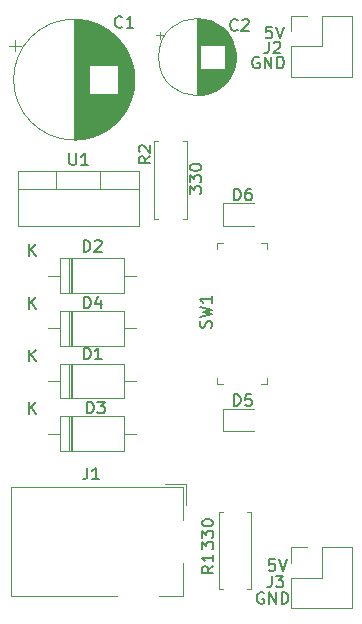
<source format=gto>
%TF.GenerationSoftware,KiCad,Pcbnew,(5.1.8)-1*%
%TF.CreationDate,2020-12-06T18:17:34-05:00*%
%TF.ProjectId,Breadboar Power Supply v1,42726561-6462-46f6-9172-20506f776572,1.0*%
%TF.SameCoordinates,Original*%
%TF.FileFunction,Legend,Top*%
%TF.FilePolarity,Positive*%
%FSLAX46Y46*%
G04 Gerber Fmt 4.6, Leading zero omitted, Abs format (unit mm)*
G04 Created by KiCad (PCBNEW (5.1.8)-1) date 2020-12-06 18:17:34*
%MOMM*%
%LPD*%
G01*
G04 APERTURE LIST*
%ADD10C,0.150000*%
%ADD11C,0.120000*%
%ADD12C,0.100000*%
G04 APERTURE END LIST*
D10*
X188682380Y-130063714D02*
X188682380Y-129444666D01*
X189063333Y-129778000D01*
X189063333Y-129635142D01*
X189110952Y-129539904D01*
X189158571Y-129492285D01*
X189253809Y-129444666D01*
X189491904Y-129444666D01*
X189587142Y-129492285D01*
X189634761Y-129539904D01*
X189682380Y-129635142D01*
X189682380Y-129920857D01*
X189634761Y-130016095D01*
X189587142Y-130063714D01*
X188682380Y-129111333D02*
X188682380Y-128492285D01*
X189063333Y-128825619D01*
X189063333Y-128682761D01*
X189110952Y-128587523D01*
X189158571Y-128539904D01*
X189253809Y-128492285D01*
X189491904Y-128492285D01*
X189587142Y-128539904D01*
X189634761Y-128587523D01*
X189682380Y-128682761D01*
X189682380Y-128968476D01*
X189634761Y-129063714D01*
X189587142Y-129111333D01*
X188682380Y-127873238D02*
X188682380Y-127778000D01*
X188730000Y-127682761D01*
X188777619Y-127635142D01*
X188872857Y-127587523D01*
X189063333Y-127539904D01*
X189301428Y-127539904D01*
X189491904Y-127587523D01*
X189587142Y-127635142D01*
X189634761Y-127682761D01*
X189682380Y-127778000D01*
X189682380Y-127873238D01*
X189634761Y-127968476D01*
X189587142Y-128016095D01*
X189491904Y-128063714D01*
X189301428Y-128111333D01*
X189063333Y-128111333D01*
X188872857Y-128063714D01*
X188777619Y-128016095D01*
X188730000Y-127968476D01*
X188682380Y-127873238D01*
X187666380Y-99964714D02*
X187666380Y-99345666D01*
X188047333Y-99679000D01*
X188047333Y-99536142D01*
X188094952Y-99440904D01*
X188142571Y-99393285D01*
X188237809Y-99345666D01*
X188475904Y-99345666D01*
X188571142Y-99393285D01*
X188618761Y-99440904D01*
X188666380Y-99536142D01*
X188666380Y-99821857D01*
X188618761Y-99917095D01*
X188571142Y-99964714D01*
X187666380Y-99012333D02*
X187666380Y-98393285D01*
X188047333Y-98726619D01*
X188047333Y-98583761D01*
X188094952Y-98488523D01*
X188142571Y-98440904D01*
X188237809Y-98393285D01*
X188475904Y-98393285D01*
X188571142Y-98440904D01*
X188618761Y-98488523D01*
X188666380Y-98583761D01*
X188666380Y-98869476D01*
X188618761Y-98964714D01*
X188571142Y-99012333D01*
X187666380Y-97774238D02*
X187666380Y-97679000D01*
X187714000Y-97583761D01*
X187761619Y-97536142D01*
X187856857Y-97488523D01*
X188047333Y-97440904D01*
X188285428Y-97440904D01*
X188475904Y-97488523D01*
X188571142Y-97536142D01*
X188618761Y-97583761D01*
X188666380Y-97679000D01*
X188666380Y-97774238D01*
X188618761Y-97869476D01*
X188571142Y-97917095D01*
X188475904Y-97964714D01*
X188285428Y-98012333D01*
X188047333Y-98012333D01*
X187856857Y-97964714D01*
X187761619Y-97917095D01*
X187714000Y-97869476D01*
X187666380Y-97774238D01*
X193929095Y-133739000D02*
X193833857Y-133691380D01*
X193691000Y-133691380D01*
X193548142Y-133739000D01*
X193452904Y-133834238D01*
X193405285Y-133929476D01*
X193357666Y-134119952D01*
X193357666Y-134262809D01*
X193405285Y-134453285D01*
X193452904Y-134548523D01*
X193548142Y-134643761D01*
X193691000Y-134691380D01*
X193786238Y-134691380D01*
X193929095Y-134643761D01*
X193976714Y-134596142D01*
X193976714Y-134262809D01*
X193786238Y-134262809D01*
X194405285Y-134691380D02*
X194405285Y-133691380D01*
X194976714Y-134691380D01*
X194976714Y-133691380D01*
X195452904Y-134691380D02*
X195452904Y-133691380D01*
X195691000Y-133691380D01*
X195833857Y-133739000D01*
X195929095Y-133834238D01*
X195976714Y-133929476D01*
X196024333Y-134119952D01*
X196024333Y-134262809D01*
X195976714Y-134453285D01*
X195929095Y-134548523D01*
X195833857Y-134643761D01*
X195691000Y-134691380D01*
X195452904Y-134691380D01*
X193548095Y-88400000D02*
X193452857Y-88352380D01*
X193310000Y-88352380D01*
X193167142Y-88400000D01*
X193071904Y-88495238D01*
X193024285Y-88590476D01*
X192976666Y-88780952D01*
X192976666Y-88923809D01*
X193024285Y-89114285D01*
X193071904Y-89209523D01*
X193167142Y-89304761D01*
X193310000Y-89352380D01*
X193405238Y-89352380D01*
X193548095Y-89304761D01*
X193595714Y-89257142D01*
X193595714Y-88923809D01*
X193405238Y-88923809D01*
X194024285Y-89352380D02*
X194024285Y-88352380D01*
X194595714Y-89352380D01*
X194595714Y-88352380D01*
X195071904Y-89352380D02*
X195071904Y-88352380D01*
X195310000Y-88352380D01*
X195452857Y-88400000D01*
X195548095Y-88495238D01*
X195595714Y-88590476D01*
X195643333Y-88780952D01*
X195643333Y-88923809D01*
X195595714Y-89114285D01*
X195548095Y-89209523D01*
X195452857Y-89304761D01*
X195310000Y-89352380D01*
X195071904Y-89352380D01*
X194627523Y-85812380D02*
X194151333Y-85812380D01*
X194103714Y-86288571D01*
X194151333Y-86240952D01*
X194246571Y-86193333D01*
X194484666Y-86193333D01*
X194579904Y-86240952D01*
X194627523Y-86288571D01*
X194675142Y-86383809D01*
X194675142Y-86621904D01*
X194627523Y-86717142D01*
X194579904Y-86764761D01*
X194484666Y-86812380D01*
X194246571Y-86812380D01*
X194151333Y-86764761D01*
X194103714Y-86717142D01*
X194960857Y-85812380D02*
X195294190Y-86812380D01*
X195627523Y-85812380D01*
X194881523Y-130897380D02*
X194405333Y-130897380D01*
X194357714Y-131373571D01*
X194405333Y-131325952D01*
X194500571Y-131278333D01*
X194738666Y-131278333D01*
X194833904Y-131325952D01*
X194881523Y-131373571D01*
X194929142Y-131468809D01*
X194929142Y-131706904D01*
X194881523Y-131802142D01*
X194833904Y-131849761D01*
X194738666Y-131897380D01*
X194500571Y-131897380D01*
X194405333Y-131849761D01*
X194357714Y-131802142D01*
X195214857Y-130897380D02*
X195548190Y-131897380D01*
X195881523Y-130897380D01*
D11*
%TO.C,D6*%
X193151000Y-100767000D02*
X190466000Y-100767000D01*
X190466000Y-100767000D02*
X190466000Y-102687000D01*
X190466000Y-102687000D02*
X193151000Y-102687000D01*
%TO.C,D5*%
X193151000Y-118166000D02*
X190466000Y-118166000D01*
X190466000Y-118166000D02*
X190466000Y-120086000D01*
X190466000Y-120086000D02*
X193151000Y-120086000D01*
%TO.C,C1*%
X183007000Y-90297000D02*
G75*
G03*
X183007000Y-90297000I-5120000J0D01*
G01*
X177887000Y-85217000D02*
X177887000Y-95377000D01*
X177927000Y-85217000D02*
X177927000Y-95377000D01*
X177967000Y-85217000D02*
X177967000Y-95377000D01*
X178007000Y-85218000D02*
X178007000Y-95376000D01*
X178047000Y-85219000D02*
X178047000Y-95375000D01*
X178087000Y-85220000D02*
X178087000Y-95374000D01*
X178127000Y-85222000D02*
X178127000Y-95372000D01*
X178167000Y-85224000D02*
X178167000Y-95370000D01*
X178207000Y-85227000D02*
X178207000Y-95367000D01*
X178247000Y-85229000D02*
X178247000Y-95365000D01*
X178287000Y-85232000D02*
X178287000Y-95362000D01*
X178327000Y-85235000D02*
X178327000Y-95359000D01*
X178367000Y-85239000D02*
X178367000Y-95355000D01*
X178407000Y-85243000D02*
X178407000Y-95351000D01*
X178447000Y-85247000D02*
X178447000Y-95347000D01*
X178487000Y-85252000D02*
X178487000Y-95342000D01*
X178527000Y-85257000D02*
X178527000Y-95337000D01*
X178567000Y-85262000D02*
X178567000Y-95332000D01*
X178608000Y-85267000D02*
X178608000Y-95327000D01*
X178648000Y-85273000D02*
X178648000Y-95321000D01*
X178688000Y-85279000D02*
X178688000Y-95315000D01*
X178728000Y-85286000D02*
X178728000Y-95308000D01*
X178768000Y-85293000D02*
X178768000Y-95301000D01*
X178808000Y-85300000D02*
X178808000Y-95294000D01*
X178848000Y-85307000D02*
X178848000Y-95287000D01*
X178888000Y-85315000D02*
X178888000Y-95279000D01*
X178928000Y-85323000D02*
X178928000Y-95271000D01*
X178968000Y-85332000D02*
X178968000Y-95262000D01*
X179008000Y-85341000D02*
X179008000Y-95253000D01*
X179048000Y-85350000D02*
X179048000Y-95244000D01*
X179088000Y-85359000D02*
X179088000Y-95235000D01*
X179128000Y-85369000D02*
X179128000Y-95225000D01*
X179168000Y-85379000D02*
X179168000Y-89056000D01*
X179168000Y-91538000D02*
X179168000Y-95215000D01*
X179208000Y-85390000D02*
X179208000Y-89056000D01*
X179208000Y-91538000D02*
X179208000Y-95204000D01*
X179248000Y-85400000D02*
X179248000Y-89056000D01*
X179248000Y-91538000D02*
X179248000Y-95194000D01*
X179288000Y-85412000D02*
X179288000Y-89056000D01*
X179288000Y-91538000D02*
X179288000Y-95182000D01*
X179328000Y-85423000D02*
X179328000Y-89056000D01*
X179328000Y-91538000D02*
X179328000Y-95171000D01*
X179368000Y-85435000D02*
X179368000Y-89056000D01*
X179368000Y-91538000D02*
X179368000Y-95159000D01*
X179408000Y-85447000D02*
X179408000Y-89056000D01*
X179408000Y-91538000D02*
X179408000Y-95147000D01*
X179448000Y-85460000D02*
X179448000Y-89056000D01*
X179448000Y-91538000D02*
X179448000Y-95134000D01*
X179488000Y-85473000D02*
X179488000Y-89056000D01*
X179488000Y-91538000D02*
X179488000Y-95121000D01*
X179528000Y-85486000D02*
X179528000Y-89056000D01*
X179528000Y-91538000D02*
X179528000Y-95108000D01*
X179568000Y-85500000D02*
X179568000Y-89056000D01*
X179568000Y-91538000D02*
X179568000Y-95094000D01*
X179608000Y-85514000D02*
X179608000Y-89056000D01*
X179608000Y-91538000D02*
X179608000Y-95080000D01*
X179648000Y-85529000D02*
X179648000Y-89056000D01*
X179648000Y-91538000D02*
X179648000Y-95065000D01*
X179688000Y-85543000D02*
X179688000Y-89056000D01*
X179688000Y-91538000D02*
X179688000Y-95051000D01*
X179728000Y-85559000D02*
X179728000Y-89056000D01*
X179728000Y-91538000D02*
X179728000Y-95035000D01*
X179768000Y-85574000D02*
X179768000Y-89056000D01*
X179768000Y-91538000D02*
X179768000Y-95020000D01*
X179808000Y-85590000D02*
X179808000Y-89056000D01*
X179808000Y-91538000D02*
X179808000Y-95004000D01*
X179848000Y-85607000D02*
X179848000Y-89056000D01*
X179848000Y-91538000D02*
X179848000Y-94987000D01*
X179888000Y-85623000D02*
X179888000Y-89056000D01*
X179888000Y-91538000D02*
X179888000Y-94971000D01*
X179928000Y-85640000D02*
X179928000Y-89056000D01*
X179928000Y-91538000D02*
X179928000Y-94954000D01*
X179968000Y-85658000D02*
X179968000Y-89056000D01*
X179968000Y-91538000D02*
X179968000Y-94936000D01*
X180008000Y-85676000D02*
X180008000Y-89056000D01*
X180008000Y-91538000D02*
X180008000Y-94918000D01*
X180048000Y-85694000D02*
X180048000Y-89056000D01*
X180048000Y-91538000D02*
X180048000Y-94900000D01*
X180088000Y-85713000D02*
X180088000Y-89056000D01*
X180088000Y-91538000D02*
X180088000Y-94881000D01*
X180128000Y-85733000D02*
X180128000Y-89056000D01*
X180128000Y-91538000D02*
X180128000Y-94861000D01*
X180168000Y-85752000D02*
X180168000Y-89056000D01*
X180168000Y-91538000D02*
X180168000Y-94842000D01*
X180208000Y-85772000D02*
X180208000Y-89056000D01*
X180208000Y-91538000D02*
X180208000Y-94822000D01*
X180248000Y-85793000D02*
X180248000Y-89056000D01*
X180248000Y-91538000D02*
X180248000Y-94801000D01*
X180288000Y-85814000D02*
X180288000Y-89056000D01*
X180288000Y-91538000D02*
X180288000Y-94780000D01*
X180328000Y-85835000D02*
X180328000Y-89056000D01*
X180328000Y-91538000D02*
X180328000Y-94759000D01*
X180368000Y-85857000D02*
X180368000Y-89056000D01*
X180368000Y-91538000D02*
X180368000Y-94737000D01*
X180408000Y-85880000D02*
X180408000Y-89056000D01*
X180408000Y-91538000D02*
X180408000Y-94714000D01*
X180448000Y-85902000D02*
X180448000Y-89056000D01*
X180448000Y-91538000D02*
X180448000Y-94692000D01*
X180488000Y-85926000D02*
X180488000Y-89056000D01*
X180488000Y-91538000D02*
X180488000Y-94668000D01*
X180528000Y-85950000D02*
X180528000Y-89056000D01*
X180528000Y-91538000D02*
X180528000Y-94644000D01*
X180568000Y-85974000D02*
X180568000Y-89056000D01*
X180568000Y-91538000D02*
X180568000Y-94620000D01*
X180608000Y-85999000D02*
X180608000Y-89056000D01*
X180608000Y-91538000D02*
X180608000Y-94595000D01*
X180648000Y-86024000D02*
X180648000Y-89056000D01*
X180648000Y-91538000D02*
X180648000Y-94570000D01*
X180688000Y-86050000D02*
X180688000Y-89056000D01*
X180688000Y-91538000D02*
X180688000Y-94544000D01*
X180728000Y-86076000D02*
X180728000Y-89056000D01*
X180728000Y-91538000D02*
X180728000Y-94518000D01*
X180768000Y-86103000D02*
X180768000Y-89056000D01*
X180768000Y-91538000D02*
X180768000Y-94491000D01*
X180808000Y-86131000D02*
X180808000Y-89056000D01*
X180808000Y-91538000D02*
X180808000Y-94463000D01*
X180848000Y-86159000D02*
X180848000Y-89056000D01*
X180848000Y-91538000D02*
X180848000Y-94435000D01*
X180888000Y-86187000D02*
X180888000Y-89056000D01*
X180888000Y-91538000D02*
X180888000Y-94407000D01*
X180928000Y-86217000D02*
X180928000Y-89056000D01*
X180928000Y-91538000D02*
X180928000Y-94377000D01*
X180968000Y-86247000D02*
X180968000Y-89056000D01*
X180968000Y-91538000D02*
X180968000Y-94347000D01*
X181008000Y-86277000D02*
X181008000Y-89056000D01*
X181008000Y-91538000D02*
X181008000Y-94317000D01*
X181048000Y-86308000D02*
X181048000Y-89056000D01*
X181048000Y-91538000D02*
X181048000Y-94286000D01*
X181088000Y-86340000D02*
X181088000Y-89056000D01*
X181088000Y-91538000D02*
X181088000Y-94254000D01*
X181128000Y-86372000D02*
X181128000Y-89056000D01*
X181128000Y-91538000D02*
X181128000Y-94222000D01*
X181168000Y-86405000D02*
X181168000Y-89056000D01*
X181168000Y-91538000D02*
X181168000Y-94189000D01*
X181208000Y-86439000D02*
X181208000Y-89056000D01*
X181208000Y-91538000D02*
X181208000Y-94155000D01*
X181248000Y-86473000D02*
X181248000Y-89056000D01*
X181248000Y-91538000D02*
X181248000Y-94121000D01*
X181288000Y-86508000D02*
X181288000Y-89056000D01*
X181288000Y-91538000D02*
X181288000Y-94086000D01*
X181328000Y-86544000D02*
X181328000Y-89056000D01*
X181328000Y-91538000D02*
X181328000Y-94050000D01*
X181368000Y-86581000D02*
X181368000Y-89056000D01*
X181368000Y-91538000D02*
X181368000Y-94013000D01*
X181408000Y-86618000D02*
X181408000Y-89056000D01*
X181408000Y-91538000D02*
X181408000Y-93976000D01*
X181448000Y-86657000D02*
X181448000Y-89056000D01*
X181448000Y-91538000D02*
X181448000Y-93937000D01*
X181488000Y-86696000D02*
X181488000Y-89056000D01*
X181488000Y-91538000D02*
X181488000Y-93898000D01*
X181528000Y-86736000D02*
X181528000Y-89056000D01*
X181528000Y-91538000D02*
X181528000Y-93858000D01*
X181568000Y-86777000D02*
X181568000Y-89056000D01*
X181568000Y-91538000D02*
X181568000Y-93817000D01*
X181608000Y-86819000D02*
X181608000Y-89056000D01*
X181608000Y-91538000D02*
X181608000Y-93775000D01*
X181648000Y-86861000D02*
X181648000Y-93733000D01*
X181688000Y-86905000D02*
X181688000Y-93689000D01*
X181728000Y-86950000D02*
X181728000Y-93644000D01*
X181768000Y-86996000D02*
X181768000Y-93598000D01*
X181808000Y-87043000D02*
X181808000Y-93551000D01*
X181848000Y-87091000D02*
X181848000Y-93503000D01*
X181888000Y-87141000D02*
X181888000Y-93453000D01*
X181928000Y-87191000D02*
X181928000Y-93403000D01*
X181968000Y-87243000D02*
X181968000Y-93351000D01*
X182008000Y-87297000D02*
X182008000Y-93297000D01*
X182048000Y-87352000D02*
X182048000Y-93242000D01*
X182088000Y-87408000D02*
X182088000Y-93186000D01*
X182128000Y-87467000D02*
X182128000Y-93127000D01*
X182168000Y-87527000D02*
X182168000Y-93067000D01*
X182208000Y-87588000D02*
X182208000Y-93006000D01*
X182248000Y-87652000D02*
X182248000Y-92942000D01*
X182288000Y-87718000D02*
X182288000Y-92876000D01*
X182328000Y-87787000D02*
X182328000Y-92807000D01*
X182368000Y-87858000D02*
X182368000Y-92736000D01*
X182408000Y-87932000D02*
X182408000Y-92662000D01*
X182448000Y-88008000D02*
X182448000Y-92586000D01*
X182488000Y-88088000D02*
X182488000Y-92506000D01*
X182528000Y-88172000D02*
X182528000Y-92422000D01*
X182568000Y-88260000D02*
X182568000Y-92334000D01*
X182608000Y-88353000D02*
X182608000Y-92241000D01*
X182648000Y-88451000D02*
X182648000Y-92143000D01*
X182688000Y-88555000D02*
X182688000Y-92039000D01*
X182728000Y-88667000D02*
X182728000Y-91927000D01*
X182768000Y-88787000D02*
X182768000Y-91807000D01*
X182808000Y-88919000D02*
X182808000Y-91675000D01*
X182848000Y-89067000D02*
X182848000Y-91527000D01*
X182888000Y-89235000D02*
X182888000Y-91359000D01*
X182928000Y-89435000D02*
X182928000Y-91159000D01*
X182968000Y-89698000D02*
X182968000Y-90896000D01*
X172407354Y-87422000D02*
X173407354Y-87422000D01*
X172907354Y-86922000D02*
X172907354Y-87922000D01*
%TO.C,C2*%
X191591000Y-88392000D02*
G75*
G03*
X191591000Y-88392000I-3270000J0D01*
G01*
X188321000Y-85162000D02*
X188321000Y-91622000D01*
X188361000Y-85162000D02*
X188361000Y-91622000D01*
X188401000Y-85162000D02*
X188401000Y-91622000D01*
X188441000Y-85164000D02*
X188441000Y-91620000D01*
X188481000Y-85165000D02*
X188481000Y-91619000D01*
X188521000Y-85168000D02*
X188521000Y-91616000D01*
X188561000Y-85170000D02*
X188561000Y-87352000D01*
X188561000Y-89432000D02*
X188561000Y-91614000D01*
X188601000Y-85174000D02*
X188601000Y-87352000D01*
X188601000Y-89432000D02*
X188601000Y-91610000D01*
X188641000Y-85177000D02*
X188641000Y-87352000D01*
X188641000Y-89432000D02*
X188641000Y-91607000D01*
X188681000Y-85181000D02*
X188681000Y-87352000D01*
X188681000Y-89432000D02*
X188681000Y-91603000D01*
X188721000Y-85186000D02*
X188721000Y-87352000D01*
X188721000Y-89432000D02*
X188721000Y-91598000D01*
X188761000Y-85191000D02*
X188761000Y-87352000D01*
X188761000Y-89432000D02*
X188761000Y-91593000D01*
X188801000Y-85197000D02*
X188801000Y-87352000D01*
X188801000Y-89432000D02*
X188801000Y-91587000D01*
X188841000Y-85203000D02*
X188841000Y-87352000D01*
X188841000Y-89432000D02*
X188841000Y-91581000D01*
X188881000Y-85210000D02*
X188881000Y-87352000D01*
X188881000Y-89432000D02*
X188881000Y-91574000D01*
X188921000Y-85217000D02*
X188921000Y-87352000D01*
X188921000Y-89432000D02*
X188921000Y-91567000D01*
X188961000Y-85225000D02*
X188961000Y-87352000D01*
X188961000Y-89432000D02*
X188961000Y-91559000D01*
X189001000Y-85233000D02*
X189001000Y-87352000D01*
X189001000Y-89432000D02*
X189001000Y-91551000D01*
X189042000Y-85242000D02*
X189042000Y-87352000D01*
X189042000Y-89432000D02*
X189042000Y-91542000D01*
X189082000Y-85251000D02*
X189082000Y-87352000D01*
X189082000Y-89432000D02*
X189082000Y-91533000D01*
X189122000Y-85261000D02*
X189122000Y-87352000D01*
X189122000Y-89432000D02*
X189122000Y-91523000D01*
X189162000Y-85271000D02*
X189162000Y-87352000D01*
X189162000Y-89432000D02*
X189162000Y-91513000D01*
X189202000Y-85282000D02*
X189202000Y-87352000D01*
X189202000Y-89432000D02*
X189202000Y-91502000D01*
X189242000Y-85294000D02*
X189242000Y-87352000D01*
X189242000Y-89432000D02*
X189242000Y-91490000D01*
X189282000Y-85306000D02*
X189282000Y-87352000D01*
X189282000Y-89432000D02*
X189282000Y-91478000D01*
X189322000Y-85318000D02*
X189322000Y-87352000D01*
X189322000Y-89432000D02*
X189322000Y-91466000D01*
X189362000Y-85331000D02*
X189362000Y-87352000D01*
X189362000Y-89432000D02*
X189362000Y-91453000D01*
X189402000Y-85345000D02*
X189402000Y-87352000D01*
X189402000Y-89432000D02*
X189402000Y-91439000D01*
X189442000Y-85359000D02*
X189442000Y-87352000D01*
X189442000Y-89432000D02*
X189442000Y-91425000D01*
X189482000Y-85374000D02*
X189482000Y-87352000D01*
X189482000Y-89432000D02*
X189482000Y-91410000D01*
X189522000Y-85390000D02*
X189522000Y-87352000D01*
X189522000Y-89432000D02*
X189522000Y-91394000D01*
X189562000Y-85406000D02*
X189562000Y-87352000D01*
X189562000Y-89432000D02*
X189562000Y-91378000D01*
X189602000Y-85422000D02*
X189602000Y-87352000D01*
X189602000Y-89432000D02*
X189602000Y-91362000D01*
X189642000Y-85440000D02*
X189642000Y-87352000D01*
X189642000Y-89432000D02*
X189642000Y-91344000D01*
X189682000Y-85458000D02*
X189682000Y-87352000D01*
X189682000Y-89432000D02*
X189682000Y-91326000D01*
X189722000Y-85476000D02*
X189722000Y-87352000D01*
X189722000Y-89432000D02*
X189722000Y-91308000D01*
X189762000Y-85496000D02*
X189762000Y-87352000D01*
X189762000Y-89432000D02*
X189762000Y-91288000D01*
X189802000Y-85516000D02*
X189802000Y-87352000D01*
X189802000Y-89432000D02*
X189802000Y-91268000D01*
X189842000Y-85536000D02*
X189842000Y-87352000D01*
X189842000Y-89432000D02*
X189842000Y-91248000D01*
X189882000Y-85558000D02*
X189882000Y-87352000D01*
X189882000Y-89432000D02*
X189882000Y-91226000D01*
X189922000Y-85580000D02*
X189922000Y-87352000D01*
X189922000Y-89432000D02*
X189922000Y-91204000D01*
X189962000Y-85602000D02*
X189962000Y-87352000D01*
X189962000Y-89432000D02*
X189962000Y-91182000D01*
X190002000Y-85626000D02*
X190002000Y-87352000D01*
X190002000Y-89432000D02*
X190002000Y-91158000D01*
X190042000Y-85650000D02*
X190042000Y-87352000D01*
X190042000Y-89432000D02*
X190042000Y-91134000D01*
X190082000Y-85676000D02*
X190082000Y-87352000D01*
X190082000Y-89432000D02*
X190082000Y-91108000D01*
X190122000Y-85702000D02*
X190122000Y-87352000D01*
X190122000Y-89432000D02*
X190122000Y-91082000D01*
X190162000Y-85728000D02*
X190162000Y-87352000D01*
X190162000Y-89432000D02*
X190162000Y-91056000D01*
X190202000Y-85756000D02*
X190202000Y-87352000D01*
X190202000Y-89432000D02*
X190202000Y-91028000D01*
X190242000Y-85785000D02*
X190242000Y-87352000D01*
X190242000Y-89432000D02*
X190242000Y-90999000D01*
X190282000Y-85814000D02*
X190282000Y-87352000D01*
X190282000Y-89432000D02*
X190282000Y-90970000D01*
X190322000Y-85844000D02*
X190322000Y-87352000D01*
X190322000Y-89432000D02*
X190322000Y-90940000D01*
X190362000Y-85876000D02*
X190362000Y-87352000D01*
X190362000Y-89432000D02*
X190362000Y-90908000D01*
X190402000Y-85908000D02*
X190402000Y-87352000D01*
X190402000Y-89432000D02*
X190402000Y-90876000D01*
X190442000Y-85942000D02*
X190442000Y-87352000D01*
X190442000Y-89432000D02*
X190442000Y-90842000D01*
X190482000Y-85976000D02*
X190482000Y-87352000D01*
X190482000Y-89432000D02*
X190482000Y-90808000D01*
X190522000Y-86012000D02*
X190522000Y-87352000D01*
X190522000Y-89432000D02*
X190522000Y-90772000D01*
X190562000Y-86049000D02*
X190562000Y-87352000D01*
X190562000Y-89432000D02*
X190562000Y-90735000D01*
X190602000Y-86087000D02*
X190602000Y-87352000D01*
X190602000Y-89432000D02*
X190602000Y-90697000D01*
X190642000Y-86127000D02*
X190642000Y-90657000D01*
X190682000Y-86168000D02*
X190682000Y-90616000D01*
X190722000Y-86210000D02*
X190722000Y-90574000D01*
X190762000Y-86255000D02*
X190762000Y-90529000D01*
X190802000Y-86300000D02*
X190802000Y-90484000D01*
X190842000Y-86348000D02*
X190842000Y-90436000D01*
X190882000Y-86397000D02*
X190882000Y-90387000D01*
X190922000Y-86448000D02*
X190922000Y-90336000D01*
X190962000Y-86502000D02*
X190962000Y-90282000D01*
X191002000Y-86558000D02*
X191002000Y-90226000D01*
X191042000Y-86616000D02*
X191042000Y-90168000D01*
X191082000Y-86678000D02*
X191082000Y-90106000D01*
X191122000Y-86742000D02*
X191122000Y-90042000D01*
X191162000Y-86811000D02*
X191162000Y-89973000D01*
X191202000Y-86883000D02*
X191202000Y-89901000D01*
X191242000Y-86960000D02*
X191242000Y-89824000D01*
X191282000Y-87042000D02*
X191282000Y-89742000D01*
X191322000Y-87130000D02*
X191322000Y-89654000D01*
X191362000Y-87227000D02*
X191362000Y-89557000D01*
X191402000Y-87333000D02*
X191402000Y-89451000D01*
X191442000Y-87452000D02*
X191442000Y-89332000D01*
X191482000Y-87590000D02*
X191482000Y-89194000D01*
X191522000Y-87759000D02*
X191522000Y-89025000D01*
X191562000Y-87990000D02*
X191562000Y-88794000D01*
X184820759Y-86553000D02*
X185450759Y-86553000D01*
X185135759Y-86238000D02*
X185135759Y-86868000D01*
%TO.C,D1*%
X176709001Y-114345333D02*
X176709001Y-117285333D01*
X176709001Y-117285333D02*
X182149001Y-117285333D01*
X182149001Y-117285333D02*
X182149001Y-114345333D01*
X182149001Y-114345333D02*
X176709001Y-114345333D01*
X175689001Y-115815333D02*
X176709001Y-115815333D01*
X183169001Y-115815333D02*
X182149001Y-115815333D01*
X177609001Y-114345333D02*
X177609001Y-117285333D01*
X177729001Y-114345333D02*
X177729001Y-117285333D01*
X177489001Y-114345333D02*
X177489001Y-117285333D01*
%TO.C,D2*%
X177489001Y-105438001D02*
X177489001Y-108378001D01*
X177729001Y-105438001D02*
X177729001Y-108378001D01*
X177609001Y-105438001D02*
X177609001Y-108378001D01*
X183169001Y-106908001D02*
X182149001Y-106908001D01*
X175689001Y-106908001D02*
X176709001Y-106908001D01*
X182149001Y-105438001D02*
X176709001Y-105438001D01*
X182149001Y-108378001D02*
X182149001Y-105438001D01*
X176709001Y-108378001D02*
X182149001Y-108378001D01*
X176709001Y-105438001D02*
X176709001Y-108378001D01*
%TO.C,D3*%
X177489001Y-118799000D02*
X177489001Y-121739000D01*
X177729001Y-118799000D02*
X177729001Y-121739000D01*
X177609001Y-118799000D02*
X177609001Y-121739000D01*
X183169001Y-120269000D02*
X182149001Y-120269000D01*
X175689001Y-120269000D02*
X176709001Y-120269000D01*
X182149001Y-118799000D02*
X176709001Y-118799000D01*
X182149001Y-121739000D02*
X182149001Y-118799000D01*
X176709001Y-121739000D02*
X182149001Y-121739000D01*
X176709001Y-118799000D02*
X176709001Y-121739000D01*
%TO.C,D4*%
X176709001Y-109891667D02*
X176709001Y-112831667D01*
X176709001Y-112831667D02*
X182149001Y-112831667D01*
X182149001Y-112831667D02*
X182149001Y-109891667D01*
X182149001Y-109891667D02*
X176709001Y-109891667D01*
X175689001Y-111361667D02*
X176709001Y-111361667D01*
X183169001Y-111361667D02*
X182149001Y-111361667D01*
X177609001Y-109891667D02*
X177609001Y-112831667D01*
X177729001Y-109891667D02*
X177729001Y-112831667D01*
X177489001Y-109891667D02*
X177489001Y-112831667D01*
%TO.C,J1*%
X181509000Y-134013000D02*
X172509000Y-134013000D01*
X172509000Y-134013000D02*
X172509000Y-124813000D01*
X172509000Y-124813000D02*
X187109000Y-124813000D01*
X187109000Y-124813000D02*
X187109000Y-127613000D01*
X187109000Y-131213000D02*
X187109000Y-134013000D01*
X187109000Y-134013000D02*
X185109000Y-134013000D01*
X185609000Y-124573000D02*
X187349000Y-124573000D01*
X187349000Y-124573000D02*
X187349000Y-126313000D01*
%TO.C,J2*%
X196255000Y-90083000D02*
X201455000Y-90083000D01*
X196255000Y-87483000D02*
X196255000Y-90083000D01*
X201455000Y-84883000D02*
X201455000Y-90083000D01*
X196255000Y-87483000D02*
X198855000Y-87483000D01*
X198855000Y-87483000D02*
X198855000Y-84883000D01*
X198855000Y-84883000D02*
X201455000Y-84883000D01*
X196255000Y-86213000D02*
X196255000Y-84883000D01*
X196255000Y-84883000D02*
X197585000Y-84883000D01*
%TO.C,J3*%
X196255000Y-129877000D02*
X197585000Y-129877000D01*
X196255000Y-131207000D02*
X196255000Y-129877000D01*
X198855000Y-129877000D02*
X201455000Y-129877000D01*
X198855000Y-132477000D02*
X198855000Y-129877000D01*
X196255000Y-132477000D02*
X198855000Y-132477000D01*
X201455000Y-129877000D02*
X201455000Y-135077000D01*
X196255000Y-132477000D02*
X196255000Y-135077000D01*
X196255000Y-135077000D02*
X201455000Y-135077000D01*
%TO.C,R1*%
X192886000Y-126905000D02*
X192556000Y-126905000D01*
X192886000Y-133445000D02*
X192886000Y-126905000D01*
X192556000Y-133445000D02*
X192886000Y-133445000D01*
X190146000Y-126905000D02*
X190476000Y-126905000D01*
X190146000Y-133445000D02*
X190146000Y-126905000D01*
X190476000Y-133445000D02*
X190146000Y-133445000D01*
%TO.C,R2*%
X185015000Y-102076000D02*
X184685000Y-102076000D01*
X184685000Y-102076000D02*
X184685000Y-95536000D01*
X184685000Y-95536000D02*
X185015000Y-95536000D01*
X187095000Y-102076000D02*
X187425000Y-102076000D01*
X187425000Y-102076000D02*
X187425000Y-95536000D01*
X187425000Y-95536000D02*
X187095000Y-95536000D01*
D12*
%TO.C,SW1*%
X194202000Y-104154000D02*
X194202000Y-104654000D01*
X194202000Y-104154000D02*
X193702000Y-104154000D01*
X194202000Y-116054000D02*
X194202000Y-115554000D01*
X194202000Y-116054000D02*
X193702000Y-116054000D01*
X190002000Y-116054000D02*
X190002000Y-115554000D01*
X190002000Y-116054000D02*
X190502000Y-116054000D01*
X190002000Y-104154000D02*
X190502000Y-104154000D01*
X190002000Y-104154000D02*
X190002000Y-104654000D01*
D11*
%TO.C,U1*%
X173129001Y-98076000D02*
X183369001Y-98076000D01*
X173129001Y-102717000D02*
X183369001Y-102717000D01*
X173129001Y-98076000D02*
X173129001Y-102717000D01*
X183369001Y-98076000D02*
X183369001Y-102717000D01*
X173129001Y-99586000D02*
X183369001Y-99586000D01*
X176399001Y-98076000D02*
X176399001Y-99586000D01*
X180100001Y-98076000D02*
X180100001Y-99586000D01*
%TO.C,D6*%
D10*
X191412904Y-100529380D02*
X191412904Y-99529380D01*
X191651000Y-99529380D01*
X191793857Y-99577000D01*
X191889095Y-99672238D01*
X191936714Y-99767476D01*
X191984333Y-99957952D01*
X191984333Y-100100809D01*
X191936714Y-100291285D01*
X191889095Y-100386523D01*
X191793857Y-100481761D01*
X191651000Y-100529380D01*
X191412904Y-100529380D01*
X192841476Y-99529380D02*
X192651000Y-99529380D01*
X192555761Y-99577000D01*
X192508142Y-99624619D01*
X192412904Y-99767476D01*
X192365285Y-99957952D01*
X192365285Y-100338904D01*
X192412904Y-100434142D01*
X192460523Y-100481761D01*
X192555761Y-100529380D01*
X192746238Y-100529380D01*
X192841476Y-100481761D01*
X192889095Y-100434142D01*
X192936714Y-100338904D01*
X192936714Y-100100809D01*
X192889095Y-100005571D01*
X192841476Y-99957952D01*
X192746238Y-99910333D01*
X192555761Y-99910333D01*
X192460523Y-99957952D01*
X192412904Y-100005571D01*
X192365285Y-100100809D01*
%TO.C,D5*%
X191412904Y-117928380D02*
X191412904Y-116928380D01*
X191651000Y-116928380D01*
X191793857Y-116976000D01*
X191889095Y-117071238D01*
X191936714Y-117166476D01*
X191984333Y-117356952D01*
X191984333Y-117499809D01*
X191936714Y-117690285D01*
X191889095Y-117785523D01*
X191793857Y-117880761D01*
X191651000Y-117928380D01*
X191412904Y-117928380D01*
X192889095Y-116928380D02*
X192412904Y-116928380D01*
X192365285Y-117404571D01*
X192412904Y-117356952D01*
X192508142Y-117309333D01*
X192746238Y-117309333D01*
X192841476Y-117356952D01*
X192889095Y-117404571D01*
X192936714Y-117499809D01*
X192936714Y-117737904D01*
X192889095Y-117833142D01*
X192841476Y-117880761D01*
X192746238Y-117928380D01*
X192508142Y-117928380D01*
X192412904Y-117880761D01*
X192365285Y-117833142D01*
%TO.C,C1*%
X181951333Y-85828142D02*
X181903714Y-85875761D01*
X181760857Y-85923380D01*
X181665619Y-85923380D01*
X181522761Y-85875761D01*
X181427523Y-85780523D01*
X181379904Y-85685285D01*
X181332285Y-85494809D01*
X181332285Y-85351952D01*
X181379904Y-85161476D01*
X181427523Y-85066238D01*
X181522761Y-84971000D01*
X181665619Y-84923380D01*
X181760857Y-84923380D01*
X181903714Y-84971000D01*
X181951333Y-85018619D01*
X182903714Y-85923380D02*
X182332285Y-85923380D01*
X182618000Y-85923380D02*
X182618000Y-84923380D01*
X182522761Y-85066238D01*
X182427523Y-85161476D01*
X182332285Y-85209095D01*
%TO.C,C2*%
X191730333Y-86082142D02*
X191682714Y-86129761D01*
X191539857Y-86177380D01*
X191444619Y-86177380D01*
X191301761Y-86129761D01*
X191206523Y-86034523D01*
X191158904Y-85939285D01*
X191111285Y-85748809D01*
X191111285Y-85605952D01*
X191158904Y-85415476D01*
X191206523Y-85320238D01*
X191301761Y-85225000D01*
X191444619Y-85177380D01*
X191539857Y-85177380D01*
X191682714Y-85225000D01*
X191730333Y-85272619D01*
X192111285Y-85272619D02*
X192158904Y-85225000D01*
X192254142Y-85177380D01*
X192492238Y-85177380D01*
X192587476Y-85225000D01*
X192635095Y-85272619D01*
X192682714Y-85367857D01*
X192682714Y-85463095D01*
X192635095Y-85605952D01*
X192063666Y-86177380D01*
X192682714Y-86177380D01*
%TO.C,D1*%
X178712904Y-113990380D02*
X178712904Y-112990380D01*
X178951000Y-112990380D01*
X179093857Y-113038000D01*
X179189095Y-113133238D01*
X179236714Y-113228476D01*
X179284333Y-113418952D01*
X179284333Y-113561809D01*
X179236714Y-113752285D01*
X179189095Y-113847523D01*
X179093857Y-113942761D01*
X178951000Y-113990380D01*
X178712904Y-113990380D01*
X180236714Y-113990380D02*
X179665285Y-113990380D01*
X179951000Y-113990380D02*
X179951000Y-112990380D01*
X179855761Y-113133238D01*
X179760523Y-113228476D01*
X179665285Y-113276095D01*
X174087096Y-114167713D02*
X174087096Y-113167713D01*
X174658524Y-114167713D02*
X174229953Y-113596285D01*
X174658524Y-113167713D02*
X174087096Y-113739142D01*
%TO.C,D2*%
X178690905Y-104890381D02*
X178690905Y-103890381D01*
X178929001Y-103890381D01*
X179071858Y-103938001D01*
X179167096Y-104033239D01*
X179214715Y-104128477D01*
X179262334Y-104318953D01*
X179262334Y-104461810D01*
X179214715Y-104652286D01*
X179167096Y-104747524D01*
X179071858Y-104842762D01*
X178929001Y-104890381D01*
X178690905Y-104890381D01*
X179643286Y-103985620D02*
X179690905Y-103938001D01*
X179786143Y-103890381D01*
X180024239Y-103890381D01*
X180119477Y-103938001D01*
X180167096Y-103985620D01*
X180214715Y-104080858D01*
X180214715Y-104176096D01*
X180167096Y-104318953D01*
X179595667Y-104890381D01*
X180214715Y-104890381D01*
X174087096Y-105260381D02*
X174087096Y-104260381D01*
X174658524Y-105260381D02*
X174229953Y-104688953D01*
X174658524Y-104260381D02*
X174087096Y-104831810D01*
%TO.C,D3*%
X178966904Y-118562380D02*
X178966904Y-117562380D01*
X179205000Y-117562380D01*
X179347857Y-117610000D01*
X179443095Y-117705238D01*
X179490714Y-117800476D01*
X179538333Y-117990952D01*
X179538333Y-118133809D01*
X179490714Y-118324285D01*
X179443095Y-118419523D01*
X179347857Y-118514761D01*
X179205000Y-118562380D01*
X178966904Y-118562380D01*
X179871666Y-117562380D02*
X180490714Y-117562380D01*
X180157380Y-117943333D01*
X180300238Y-117943333D01*
X180395476Y-117990952D01*
X180443095Y-118038571D01*
X180490714Y-118133809D01*
X180490714Y-118371904D01*
X180443095Y-118467142D01*
X180395476Y-118514761D01*
X180300238Y-118562380D01*
X180014523Y-118562380D01*
X179919285Y-118514761D01*
X179871666Y-118467142D01*
X174087096Y-118621380D02*
X174087096Y-117621380D01*
X174658524Y-118621380D02*
X174229953Y-118049952D01*
X174658524Y-117621380D02*
X174087096Y-118192809D01*
%TO.C,D4*%
X178712904Y-109672380D02*
X178712904Y-108672380D01*
X178951000Y-108672380D01*
X179093857Y-108720000D01*
X179189095Y-108815238D01*
X179236714Y-108910476D01*
X179284333Y-109100952D01*
X179284333Y-109243809D01*
X179236714Y-109434285D01*
X179189095Y-109529523D01*
X179093857Y-109624761D01*
X178951000Y-109672380D01*
X178712904Y-109672380D01*
X180141476Y-109005714D02*
X180141476Y-109672380D01*
X179903380Y-108624761D02*
X179665285Y-109339047D01*
X180284333Y-109339047D01*
X174087096Y-109714047D02*
X174087096Y-108714047D01*
X174658524Y-109714047D02*
X174229953Y-109142619D01*
X174658524Y-108714047D02*
X174087096Y-109285476D01*
%TO.C,J1*%
X178990666Y-123150380D02*
X178990666Y-123864666D01*
X178943047Y-124007523D01*
X178847809Y-124102761D01*
X178704952Y-124150380D01*
X178609714Y-124150380D01*
X179990666Y-124150380D02*
X179419238Y-124150380D01*
X179704952Y-124150380D02*
X179704952Y-123150380D01*
X179609714Y-123293238D01*
X179514476Y-123388476D01*
X179419238Y-123436095D01*
%TO.C,J2*%
X194357666Y-87082380D02*
X194357666Y-87796666D01*
X194310047Y-87939523D01*
X194214809Y-88034761D01*
X194071952Y-88082380D01*
X193976714Y-88082380D01*
X194786238Y-87177619D02*
X194833857Y-87130000D01*
X194929095Y-87082380D01*
X195167190Y-87082380D01*
X195262428Y-87130000D01*
X195310047Y-87177619D01*
X195357666Y-87272857D01*
X195357666Y-87368095D01*
X195310047Y-87510952D01*
X194738619Y-88082380D01*
X195357666Y-88082380D01*
%TO.C,J3*%
X194611666Y-132294380D02*
X194611666Y-133008666D01*
X194564047Y-133151523D01*
X194468809Y-133246761D01*
X194325952Y-133294380D01*
X194230714Y-133294380D01*
X194992619Y-132294380D02*
X195611666Y-132294380D01*
X195278333Y-132675333D01*
X195421190Y-132675333D01*
X195516428Y-132722952D01*
X195564047Y-132770571D01*
X195611666Y-132865809D01*
X195611666Y-133103904D01*
X195564047Y-133199142D01*
X195516428Y-133246761D01*
X195421190Y-133294380D01*
X195135476Y-133294380D01*
X195040238Y-133246761D01*
X194992619Y-133199142D01*
%TO.C,R1*%
X189682380Y-131484666D02*
X189206190Y-131818000D01*
X189682380Y-132056095D02*
X188682380Y-132056095D01*
X188682380Y-131675142D01*
X188730000Y-131579904D01*
X188777619Y-131532285D01*
X188872857Y-131484666D01*
X189015714Y-131484666D01*
X189110952Y-131532285D01*
X189158571Y-131579904D01*
X189206190Y-131675142D01*
X189206190Y-132056095D01*
X189682380Y-130532285D02*
X189682380Y-131103714D01*
X189682380Y-130818000D02*
X188682380Y-130818000D01*
X188825238Y-130913238D01*
X188920476Y-131008476D01*
X188968095Y-131103714D01*
%TO.C,R2*%
X184348380Y-96813666D02*
X183872190Y-97147000D01*
X184348380Y-97385095D02*
X183348380Y-97385095D01*
X183348380Y-97004142D01*
X183396000Y-96908904D01*
X183443619Y-96861285D01*
X183538857Y-96813666D01*
X183681714Y-96813666D01*
X183776952Y-96861285D01*
X183824571Y-96908904D01*
X183872190Y-97004142D01*
X183872190Y-97385095D01*
X183443619Y-96432714D02*
X183396000Y-96385095D01*
X183348380Y-96289857D01*
X183348380Y-96051761D01*
X183396000Y-95956523D01*
X183443619Y-95908904D01*
X183538857Y-95861285D01*
X183634095Y-95861285D01*
X183776952Y-95908904D01*
X184348380Y-96480333D01*
X184348380Y-95861285D01*
%TO.C,SW1*%
X189486761Y-111297333D02*
X189534380Y-111154476D01*
X189534380Y-110916380D01*
X189486761Y-110821142D01*
X189439142Y-110773523D01*
X189343904Y-110725904D01*
X189248666Y-110725904D01*
X189153428Y-110773523D01*
X189105809Y-110821142D01*
X189058190Y-110916380D01*
X189010571Y-111106857D01*
X188962952Y-111202095D01*
X188915333Y-111249714D01*
X188820095Y-111297333D01*
X188724857Y-111297333D01*
X188629619Y-111249714D01*
X188582000Y-111202095D01*
X188534380Y-111106857D01*
X188534380Y-110868761D01*
X188582000Y-110725904D01*
X188534380Y-110392571D02*
X189534380Y-110154476D01*
X188820095Y-109964000D01*
X189534380Y-109773523D01*
X188534380Y-109535428D01*
X189534380Y-108630666D02*
X189534380Y-109202095D01*
X189534380Y-108916380D02*
X188534380Y-108916380D01*
X188677238Y-109011619D01*
X188772476Y-109106857D01*
X188820095Y-109202095D01*
%TO.C,U1*%
X177487096Y-96528380D02*
X177487096Y-97337904D01*
X177534715Y-97433142D01*
X177582334Y-97480761D01*
X177677572Y-97528380D01*
X177868048Y-97528380D01*
X177963286Y-97480761D01*
X178010905Y-97433142D01*
X178058524Y-97337904D01*
X178058524Y-96528380D01*
X179058524Y-97528380D02*
X178487096Y-97528380D01*
X178772810Y-97528380D02*
X178772810Y-96528380D01*
X178677572Y-96671238D01*
X178582334Y-96766476D01*
X178487096Y-96814095D01*
%TD*%
M02*

</source>
